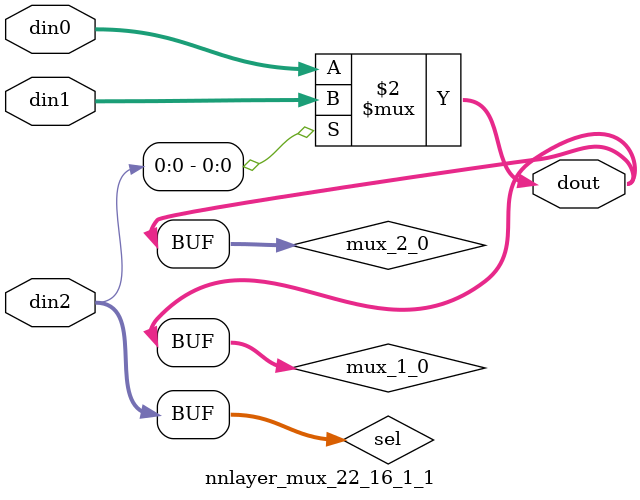
<source format=v>

`timescale 1ns/1ps

module nnlayer_mux_22_16_1_1 #(
parameter
    ID                = 0,
    NUM_STAGE         = 1,
    din0_WIDTH       = 32,
    din1_WIDTH       = 32,
    din2_WIDTH         = 32,
    dout_WIDTH            = 32
)(
    input  [15 : 0]     din0,
    input  [15 : 0]     din1,
    input  [1 : 0]    din2,
    output [15 : 0]   dout);

// puts internal signals
wire [1 : 0]     sel;
// level 1 signals
wire [15 : 0]         mux_1_0;
// level 2 signals
wire [15 : 0]         mux_2_0;

assign sel = din2;

// Generate level 1 logic
assign mux_1_0 = (sel[0] == 0)? din0 : din1;

// Generate level 2 logic
assign mux_2_0 = mux_1_0;

// output logic
assign dout = mux_2_0;

endmodule

</source>
